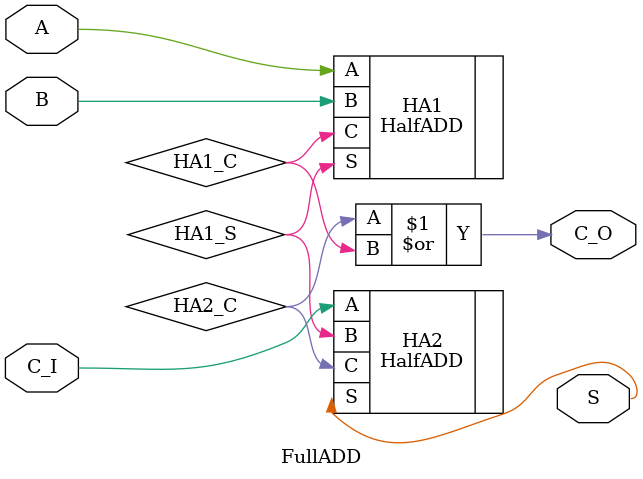
<source format=v>
`timescale 1ns / 1ps
module FullADD(A, B, C_I, C_O, S);
	input A;
	input B;
	input C_I;
	output C_O;
	output S;
	
	wire HA1_S;
	wire HA1_C;
	wire HA2_C;
	HalfADD HA1(.A(A), .B(B), .C(HA1_C), .S(HA1_S));
	HalfADD HA2(.A(C_I), .B(HA1_S), .C(HA2_C), .S(S));
	
	
	assign C_O = HA2_C | HA1_C;
endmodule

</source>
